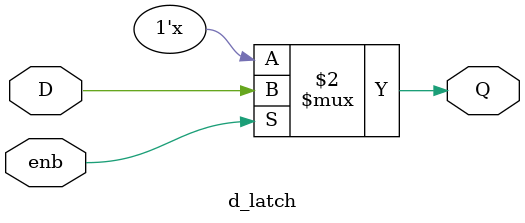
<source format=v>

module d_latch(
    // OUTPUTS
    output reg Q

    // INPUTS
    ,input D
    ,input enb
    );

    always @(enb, D) 
        if (enb)
            Q <= D;
endmodule

</source>
